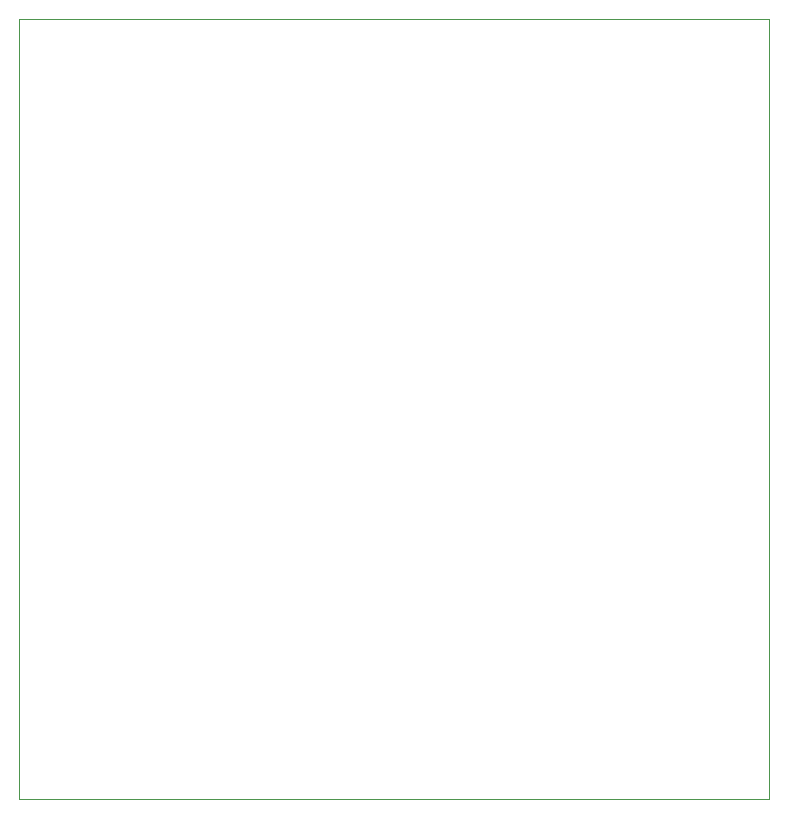
<source format=gbr>
%TF.GenerationSoftware,Altium Limited,Altium Designer,22.6.1 (34)*%
G04 Layer_Color=0*
%FSLAX26Y26*%
%MOIN*%
%TF.SameCoordinates,875EB05E-A6AF-4184-B243-C0806E1F30E9*%
%TF.FilePolarity,Positive*%
%TF.FileFunction,Profile,NP*%
%TF.Part,Single*%
G01*
G75*
%TA.AperFunction,Profile*%
%ADD60C,0.001000*%
D60*
X2500000D01*
Y2600000D01*
X0D01*
Y0D01*
%TF.MD5,350b0933c7357c30805b696f5ff174f4*%
M02*

</source>
